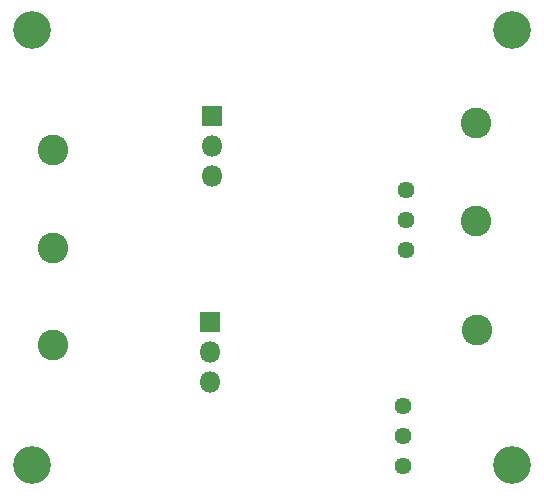
<source format=gbr>
G04 #@! TF.GenerationSoftware,KiCad,Pcbnew,(5.1.7-0-10_14)*
G04 #@! TF.CreationDate,2020-11-05T19:56:57+01:00*
G04 #@! TF.ProjectId,lv-lownoise-psu,6c762d6c-6f77-46e6-9f69-73652d707375,rev?*
G04 #@! TF.SameCoordinates,Original*
G04 #@! TF.FileFunction,Soldermask,Bot*
G04 #@! TF.FilePolarity,Negative*
%FSLAX46Y46*%
G04 Gerber Fmt 4.6, Leading zero omitted, Abs format (unit mm)*
G04 Created by KiCad (PCBNEW (5.1.7-0-10_14)) date 2020-11-05 19:56:57*
%MOMM*%
%LPD*%
G01*
G04 APERTURE LIST*
%ADD10C,1.440000*%
%ADD11O,1.800000X1.800000*%
%ADD12R,1.800000X1.800000*%
%ADD13C,2.600000*%
%ADD14C,3.200000*%
G04 APERTURE END LIST*
D10*
X116484400Y-82600800D03*
X116484400Y-80060800D03*
X116484400Y-77520800D03*
D11*
X100190300Y-75501500D03*
X100190300Y-72961500D03*
D12*
X100190300Y-70421500D03*
D11*
X100355400Y-58064400D03*
X100355400Y-55524400D03*
D12*
X100355400Y-52984400D03*
D10*
X116789200Y-64363600D03*
X116789200Y-61823600D03*
X116789200Y-59283600D03*
D13*
X122783600Y-71120000D03*
X122732800Y-61874400D03*
X122732800Y-53594000D03*
X86868000Y-55880000D03*
X86868000Y-64135000D03*
X86868000Y-72390000D03*
D14*
X125730000Y-45720000D03*
X125730000Y-82550000D03*
X85090000Y-82550000D03*
X85090000Y-45720000D03*
M02*

</source>
